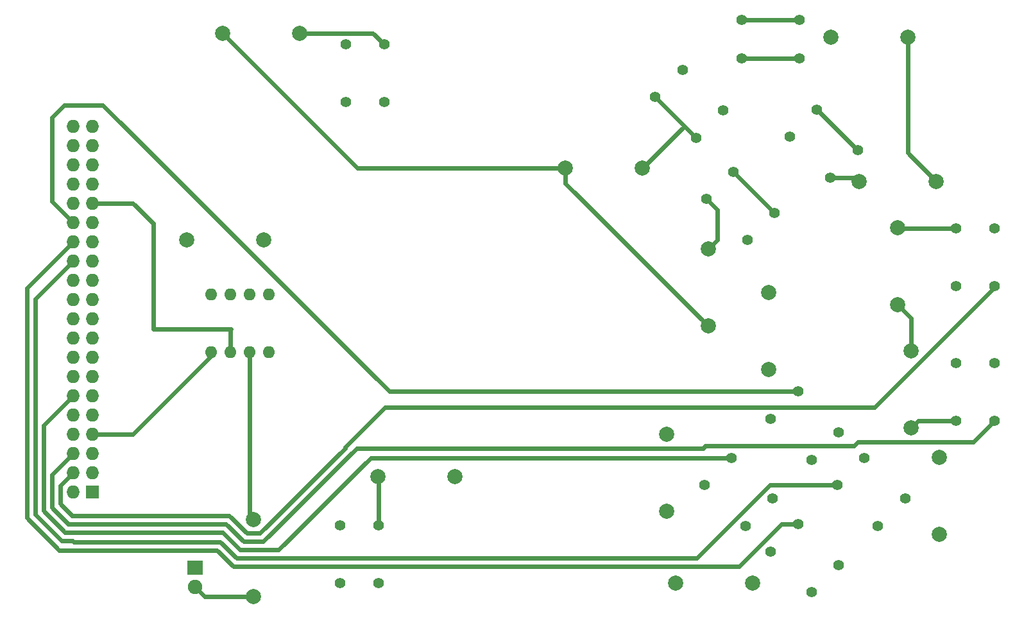
<source format=gbr>
G04 #@! TF.FileFunction,Copper,L1,Top,Signal*
%FSLAX46Y46*%
G04 Gerber Fmt 4.6, Leading zero omitted, Abs format (unit mm)*
G04 Created by KiCad (PCBNEW 0.201509061501+6161~29~ubuntu14.04.1-product) date Sun 25 Oct 2015 03:58:04 PM EDT*
%MOMM*%
G01*
G04 APERTURE LIST*
%ADD10C,0.100000*%
%ADD11R,2.000000X1.900000*%
%ADD12C,1.900000*%
%ADD13O,1.600000X1.600000*%
%ADD14R,1.727200X1.727200*%
%ADD15O,1.727200X1.727200*%
%ADD16C,1.998980*%
%ADD17C,1.397000*%
%ADD18C,0.600000*%
G04 APERTURE END LIST*
D10*
D11*
X38750000Y-88000000D03*
D12*
X38750000Y-90540000D03*
D13*
X48530000Y-59540000D03*
X45990000Y-59540000D03*
X43450000Y-59540000D03*
X40910000Y-59540000D03*
X40910000Y-51920000D03*
X43450000Y-51920000D03*
X45990000Y-51920000D03*
X48530000Y-51920000D03*
D14*
X25210000Y-78010000D03*
D15*
X22670000Y-78010000D03*
X25210000Y-75470000D03*
X22670000Y-75470000D03*
X25210000Y-72930000D03*
X22670000Y-72930000D03*
X25210000Y-70390000D03*
X22670000Y-70390000D03*
X25210000Y-67850000D03*
X22670000Y-67850000D03*
X25210000Y-65310000D03*
X22670000Y-65310000D03*
X25210000Y-62770000D03*
X22670000Y-62770000D03*
X25210000Y-60230000D03*
X22670000Y-60230000D03*
X25210000Y-57690000D03*
X22670000Y-57690000D03*
X25210000Y-55150000D03*
X22670000Y-55150000D03*
X25210000Y-52610000D03*
X22670000Y-52610000D03*
X25210000Y-50070000D03*
X22670000Y-50070000D03*
X25210000Y-47530000D03*
X22670000Y-47530000D03*
X25210000Y-44990000D03*
X22670000Y-44990000D03*
X25210000Y-42450000D03*
X22670000Y-42450000D03*
X25210000Y-39910000D03*
X22670000Y-39910000D03*
X25210000Y-37370000D03*
X22670000Y-37370000D03*
X25210000Y-34830000D03*
X22670000Y-34830000D03*
X25210000Y-32290000D03*
X22670000Y-32290000D03*
X25210000Y-29750000D03*
X22670000Y-29750000D03*
D16*
X132830000Y-18000000D03*
X122670000Y-18000000D03*
X133250000Y-59420000D03*
X133250000Y-69580000D03*
X101000000Y-80580000D03*
X101000000Y-70420000D03*
X126420000Y-37000000D03*
X136580000Y-37000000D03*
X131500000Y-43170000D03*
X131500000Y-53330000D03*
X137000000Y-83580000D03*
X137000000Y-73420000D03*
X106500000Y-45920000D03*
X106500000Y-56080000D03*
X62920000Y-76000000D03*
X73080000Y-76000000D03*
X112330000Y-90000000D03*
X102170000Y-90000000D03*
X97830000Y-35250000D03*
X87670000Y-35250000D03*
X52580000Y-17500000D03*
X42420000Y-17500000D03*
X114500000Y-61830000D03*
X114500000Y-51670000D03*
X46500000Y-81670000D03*
X46500000Y-91830000D03*
X47830000Y-44750000D03*
X37670000Y-44750000D03*
D17*
X106009872Y-77101974D03*
X109601974Y-73509872D03*
X111398026Y-82490128D03*
X114990128Y-78898026D03*
X132490128Y-78898026D03*
X128898026Y-82490128D03*
X127101974Y-73509872D03*
X123509872Y-77101974D03*
X114759872Y-85851974D03*
X118351974Y-82259872D03*
X120148026Y-91240128D03*
X123740128Y-87648026D03*
X114759872Y-68351974D03*
X118351974Y-64759872D03*
X120148026Y-73740128D03*
X123740128Y-70148026D03*
X118560000Y-15710000D03*
X118560000Y-20790000D03*
X110940000Y-15710000D03*
X110940000Y-20790000D03*
X139190000Y-60980000D03*
X144270000Y-60980000D03*
X139190000Y-68600000D03*
X144270000Y-68600000D03*
X117259872Y-31101974D03*
X120851974Y-27509872D03*
X122648026Y-36490128D03*
X126240128Y-32898026D03*
X139190000Y-43200000D03*
X144270000Y-43200000D03*
X139190000Y-50820000D03*
X144270000Y-50820000D03*
X106259872Y-39351974D03*
X109851974Y-35759872D03*
X111648026Y-44740128D03*
X115240128Y-41148026D03*
X63040000Y-82440000D03*
X57960000Y-82440000D03*
X63040000Y-90060000D03*
X57960000Y-90060000D03*
X99509872Y-25851974D03*
X103101974Y-22259872D03*
X104898026Y-31240128D03*
X108490128Y-27648026D03*
X63790000Y-18940000D03*
X58710000Y-18940000D03*
X63790000Y-26560000D03*
X58710000Y-26560000D03*
D18*
X40910000Y-59540000D02*
X40910000Y-60090000D01*
X40910000Y-60090000D02*
X30610000Y-70390000D01*
X30610000Y-70390000D02*
X25210000Y-70390000D01*
X40040000Y-91830000D02*
X38750000Y-90540000D01*
X46500000Y-91830000D02*
X40040000Y-91830000D01*
X45990000Y-81160000D02*
X45990000Y-59540000D01*
X46500000Y-81670000D02*
X45990000Y-81160000D01*
X25210000Y-39910000D02*
X30590000Y-39910000D01*
X43450000Y-56550000D02*
X43450000Y-59540000D01*
X43500000Y-56500000D02*
X43450000Y-56550000D01*
X33250000Y-56500000D02*
X43500000Y-56500000D01*
X33250000Y-42570000D02*
X33250000Y-56500000D01*
X30590000Y-39910000D02*
X33250000Y-42570000D01*
X115240100Y-41148000D02*
X109852000Y-35759900D01*
X126240100Y-32898000D02*
X120852000Y-27509900D01*
X20970800Y-77169200D02*
X22670000Y-75470000D01*
X20970800Y-79570200D02*
X20970800Y-77169200D01*
X22513100Y-81112500D02*
X20970800Y-79570200D01*
X43303500Y-81112500D02*
X22513100Y-81112500D01*
X45663100Y-83472100D02*
X43303500Y-81112500D01*
X47341400Y-83472100D02*
X45663100Y-83472100D01*
X58593800Y-72219700D02*
X47341400Y-83472100D01*
X58593800Y-72082200D02*
X58593800Y-72219700D01*
X63824900Y-66851100D02*
X58593800Y-72082200D01*
X128433700Y-66851100D02*
X63824900Y-66851100D01*
X144270000Y-51014800D02*
X128433700Y-66851100D01*
X144270000Y-50820000D02*
X144270000Y-51014800D01*
X110940000Y-20790000D02*
X118560000Y-20790000D01*
X141490300Y-71379700D02*
X144270000Y-68600000D01*
X126234800Y-71379700D02*
X141490300Y-71379700D01*
X125722000Y-71892500D02*
X126234800Y-71379700D01*
X106136600Y-71892500D02*
X125722000Y-71892500D01*
X105809400Y-72219700D02*
X106136600Y-71892500D01*
X60149600Y-72219700D02*
X105809400Y-72219700D01*
X47797100Y-84572200D02*
X60149600Y-72219700D01*
X45207400Y-84572200D02*
X47797100Y-84572200D01*
X42847800Y-82212600D02*
X45207400Y-84572200D01*
X22057400Y-82212600D02*
X42847800Y-82212600D01*
X19870700Y-80025900D02*
X22057400Y-82212600D01*
X19870700Y-75729300D02*
X19870700Y-80025900D01*
X22670000Y-72930000D02*
X19870700Y-75729300D01*
X61970900Y-73509900D02*
X109602000Y-73509900D01*
X49808500Y-85672300D02*
X61970900Y-73509900D01*
X44751600Y-85672300D02*
X49808500Y-85672300D01*
X42392000Y-83312700D02*
X44751600Y-85672300D01*
X21601700Y-83312700D02*
X42392000Y-83312700D01*
X18770600Y-80481600D02*
X21601700Y-83312700D01*
X18770600Y-69209400D02*
X18770600Y-80481600D01*
X22670000Y-65310000D02*
X18770600Y-69209400D01*
X87670000Y-37250000D02*
X87670000Y-35250000D01*
X106500000Y-56080000D02*
X87670000Y-37250000D01*
X60170000Y-35250000D02*
X42420000Y-17500000D01*
X87670000Y-35250000D02*
X60170000Y-35250000D01*
X133250000Y-55080000D02*
X133250000Y-59420000D01*
X131500000Y-53330000D02*
X133250000Y-55080000D01*
X132830000Y-33250000D02*
X132830000Y-18000000D01*
X136580000Y-37000000D02*
X132830000Y-33250000D01*
X114666700Y-77102000D02*
X123509900Y-77102000D01*
X104996300Y-86772400D02*
X114666700Y-77102000D01*
X44295900Y-86772400D02*
X104996300Y-86772400D01*
X42116700Y-84593200D02*
X44295900Y-86772400D01*
X22763900Y-84593200D02*
X42116700Y-84593200D01*
X22583500Y-84412800D02*
X22763900Y-84593200D01*
X21146000Y-84412800D02*
X22583500Y-84412800D01*
X17670500Y-80937300D02*
X21146000Y-84412800D01*
X17670500Y-52529500D02*
X17670500Y-80937300D01*
X22670000Y-47530000D02*
X17670500Y-52529500D01*
X116218500Y-82259900D02*
X118352000Y-82259900D01*
X110605900Y-87872500D02*
X116218500Y-82259900D01*
X43840200Y-87872500D02*
X110605900Y-87872500D01*
X41671900Y-85704200D02*
X43840200Y-87872500D01*
X20881600Y-85704200D02*
X41671900Y-85704200D01*
X16570400Y-81393000D02*
X20881600Y-85704200D01*
X16570400Y-51089600D02*
X16570400Y-81393000D01*
X22670000Y-44990000D02*
X16570400Y-51089600D01*
X19873400Y-39653400D02*
X22670000Y-42450000D01*
X19873400Y-28580800D02*
X19873400Y-39653400D01*
X21528300Y-26925900D02*
X19873400Y-28580800D01*
X26621200Y-26925900D02*
X21528300Y-26925900D01*
X64455200Y-64759900D02*
X26621200Y-26925900D01*
X118352000Y-64759900D02*
X64455200Y-64759900D01*
X110940000Y-15710000D02*
X118560000Y-15710000D01*
X134230000Y-68600000D02*
X133250000Y-69580000D01*
X139190000Y-68600000D02*
X134230000Y-68600000D01*
X125910100Y-36490100D02*
X126420000Y-37000000D01*
X122648000Y-36490100D02*
X125910100Y-36490100D01*
X131530000Y-43200000D02*
X131500000Y-43170000D01*
X139190000Y-43200000D02*
X131530000Y-43200000D01*
X107679900Y-40772000D02*
X106259900Y-39352000D01*
X107679900Y-44740100D02*
X107679900Y-40772000D01*
X107679900Y-44740100D02*
X106500000Y-45920000D01*
X63040000Y-76120000D02*
X62920000Y-76000000D01*
X63040000Y-82440000D02*
X63040000Y-76120000D01*
X103369000Y-29711000D02*
X97830000Y-35250000D01*
X104898000Y-31240100D02*
X103369000Y-29711000D01*
X103369000Y-29711000D02*
X99509900Y-25852000D01*
X52645500Y-17434500D02*
X52580000Y-17500000D01*
X62284500Y-17434500D02*
X52645500Y-17434500D01*
X63790000Y-18940000D02*
X62284500Y-17434500D01*
M02*

</source>
